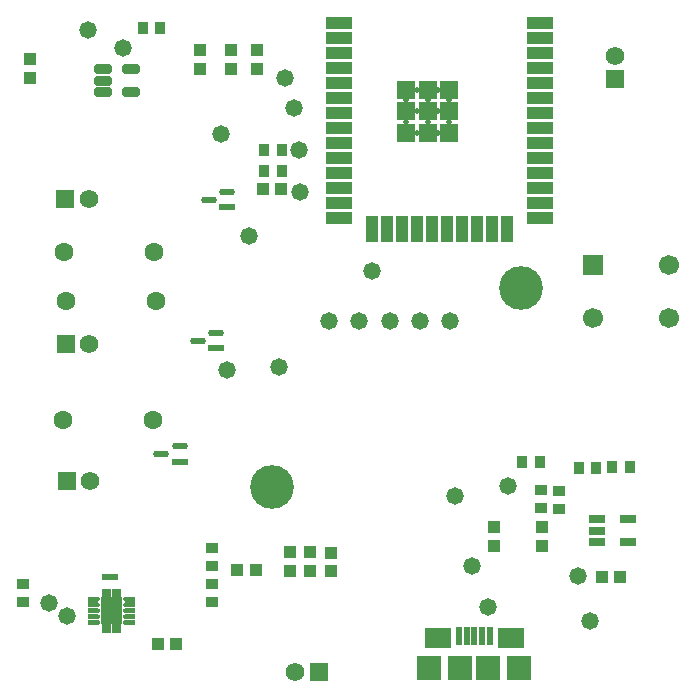
<source format=gts>
G04*
G04 #@! TF.GenerationSoftware,Altium Limited,Altium Designer,20.1.14 (287)*
G04*
G04 Layer_Color=8388736*
%FSLAX44Y44*%
%MOMM*%
G71*
G04*
G04 #@! TF.SameCoordinates,F73B8E14-7BBA-4DA7-B101-32C151AF21F3*
G04*
G04*
G04 #@! TF.FilePolarity,Negative*
G04*
G01*
G75*
G04:AMPARAMS|DCode=34|XSize=1.5532mm|YSize=0.8032mm|CornerRadius=0.1766mm|HoleSize=0mm|Usage=FLASHONLY|Rotation=0.000|XOffset=0mm|YOffset=0mm|HoleType=Round|Shape=RoundedRectangle|*
%AMROUNDEDRECTD34*
21,1,1.5532,0.4500,0,0,0.0*
21,1,1.2000,0.8032,0,0,0.0*
1,1,0.3532,0.6000,-0.2250*
1,1,0.3532,-0.6000,-0.2250*
1,1,0.3532,-0.6000,0.2250*
1,1,0.3532,0.6000,0.2250*
%
%ADD34ROUNDEDRECTD34*%
%ADD35R,1.4732X0.7620*%
%ADD36R,1.0532X1.0532*%
%ADD37R,2.2032X1.1032*%
%ADD38R,1.1032X2.2032*%
%ADD39R,1.5332X1.5332*%
%ADD40R,0.9032X1.1032*%
%ADD41R,1.3672X0.5390*%
G04:AMPARAMS|DCode=42|XSize=1.3672mm|YSize=0.539mm|CornerRadius=0.2695mm|HoleSize=0mm|Usage=FLASHONLY|Rotation=180.000|XOffset=0mm|YOffset=0mm|HoleType=Round|Shape=RoundedRectangle|*
%AMROUNDEDRECTD42*
21,1,1.3672,0.0000,0,0,180.0*
21,1,0.8281,0.5390,0,0,180.0*
1,1,0.5390,-0.4141,0.0000*
1,1,0.5390,0.4141,0.0000*
1,1,0.5390,0.4141,0.0000*
1,1,0.5390,-0.4141,0.0000*
%
%ADD42ROUNDEDRECTD42*%
%ADD43R,0.7032X0.4032*%
%ADD44R,0.7032X0.7032*%
%ADD45R,2.0032X2.1032*%
%ADD46R,2.1032X2.1032*%
%ADD47R,2.3032X1.8032*%
%ADD48R,0.6032X1.5532*%
%ADD49R,0.7032X0.5032*%
%ADD50R,1.0532X1.0532*%
%ADD51R,1.1032X0.9032*%
%ADD52C,1.7012*%
%ADD53R,1.7012X1.7012*%
%ADD54C,0.5032*%
%ADD55R,1.5712X1.5712*%
%ADD56C,1.5712*%
%ADD57C,0.6032*%
%ADD58C,1.6032*%
%ADD59R,1.5712X1.5712*%
%ADD60C,1.4732*%
%ADD61C,3.7032*%
G36*
X141202Y61315D02*
X141312Y61307D01*
X141420Y61292D01*
X141529Y61272D01*
X141636Y61247D01*
X141741Y61215D01*
X141845Y61178D01*
X141946Y61136D01*
X142045Y61089D01*
X142142Y61037D01*
X142236Y60979D01*
X142326Y60917D01*
X142414Y60850D01*
X142497Y60779D01*
X142577Y60703D01*
X142653Y60623D01*
X142724Y60540D01*
X142791Y60452D01*
X142853Y60362D01*
X142911Y60268D01*
X142963Y60171D01*
X143010Y60072D01*
X143053Y59971D01*
X143089Y59867D01*
X143120Y59762D01*
X143146Y59655D01*
X143166Y59546D01*
X143181Y59437D01*
X143189Y59328D01*
X143192Y59218D01*
X143189Y59108D01*
X143181Y58998D01*
X143166Y58889D01*
X143146Y58781D01*
X143120Y58675D01*
X143089Y58569D01*
X143053Y58465D01*
X143010Y58364D01*
X142963Y58265D01*
X142911Y58168D01*
X142853Y58074D01*
X142791Y57984D01*
X142724Y57896D01*
X142653Y57813D01*
X142577Y57733D01*
X142497Y57657D01*
X142414Y57586D01*
X142326Y57519D01*
X142236Y57457D01*
X142142Y57399D01*
X142045Y57347D01*
X141946Y57300D01*
X141845Y57257D01*
X141741Y57221D01*
X141636Y57190D01*
X141529Y57164D01*
X141420Y57144D01*
X141312Y57130D01*
X141202Y57121D01*
X141092Y57118D01*
X133292D01*
Y61318D01*
X141092D01*
X141202Y61315D01*
D02*
G37*
G36*
Y66315D02*
X141312Y66307D01*
X141420Y66292D01*
X141529Y66272D01*
X141636Y66247D01*
X141741Y66215D01*
X141845Y66178D01*
X141946Y66136D01*
X142045Y66089D01*
X142142Y66037D01*
X142236Y65979D01*
X142326Y65917D01*
X142414Y65850D01*
X142497Y65779D01*
X142577Y65703D01*
X142653Y65623D01*
X142724Y65540D01*
X142791Y65452D01*
X142853Y65362D01*
X142911Y65268D01*
X142963Y65171D01*
X143010Y65072D01*
X143053Y64971D01*
X143089Y64867D01*
X143120Y64762D01*
X143146Y64655D01*
X143166Y64546D01*
X143181Y64437D01*
X143189Y64328D01*
X143192Y64218D01*
X143189Y64108D01*
X143181Y63998D01*
X143166Y63889D01*
X143146Y63781D01*
X143120Y63675D01*
X143089Y63569D01*
X143053Y63465D01*
X143010Y63364D01*
X142963Y63265D01*
X142911Y63168D01*
X142853Y63074D01*
X142791Y62984D01*
X142724Y62896D01*
X142653Y62813D01*
X142577Y62733D01*
X142497Y62657D01*
X142414Y62586D01*
X142326Y62519D01*
X142236Y62457D01*
X142142Y62399D01*
X142045Y62347D01*
X141946Y62300D01*
X141845Y62257D01*
X141741Y62221D01*
X141636Y62190D01*
X141529Y62164D01*
X141420Y62144D01*
X141312Y62130D01*
X141202Y62121D01*
X141092Y62118D01*
X133292D01*
Y66318D01*
X141092D01*
X141202Y66315D01*
D02*
G37*
G36*
Y71315D02*
X141312Y71307D01*
X141420Y71292D01*
X141529Y71272D01*
X141636Y71247D01*
X141741Y71215D01*
X141845Y71178D01*
X141946Y71136D01*
X142045Y71089D01*
X142142Y71037D01*
X142236Y70979D01*
X142326Y70917D01*
X142414Y70850D01*
X142497Y70779D01*
X142577Y70703D01*
X142653Y70623D01*
X142724Y70540D01*
X142791Y70452D01*
X142853Y70362D01*
X142911Y70268D01*
X142963Y70171D01*
X143010Y70072D01*
X143053Y69971D01*
X143089Y69867D01*
X143120Y69762D01*
X143146Y69655D01*
X143166Y69546D01*
X143181Y69437D01*
X143189Y69328D01*
X143192Y69218D01*
X143189Y69108D01*
X143181Y68998D01*
X143166Y68889D01*
X143146Y68781D01*
X143120Y68675D01*
X143089Y68569D01*
X143053Y68465D01*
X143010Y68364D01*
X142963Y68265D01*
X142911Y68168D01*
X142853Y68074D01*
X142791Y67984D01*
X142724Y67896D01*
X142653Y67813D01*
X142577Y67733D01*
X142497Y67657D01*
X142414Y67586D01*
X142326Y67519D01*
X142236Y67457D01*
X142142Y67399D01*
X142045Y67347D01*
X141946Y67300D01*
X141845Y67257D01*
X141741Y67221D01*
X141636Y67190D01*
X141529Y67164D01*
X141420Y67144D01*
X141312Y67130D01*
X141202Y67121D01*
X141092Y67118D01*
X133292D01*
Y71318D01*
X141092D01*
X141202Y71315D01*
D02*
G37*
G36*
Y76315D02*
X141312Y76307D01*
X141420Y76292D01*
X141529Y76272D01*
X141636Y76247D01*
X141741Y76215D01*
X141845Y76178D01*
X141946Y76136D01*
X142045Y76089D01*
X142142Y76037D01*
X142236Y75979D01*
X142326Y75917D01*
X142414Y75850D01*
X142497Y75779D01*
X142577Y75703D01*
X142653Y75623D01*
X142724Y75540D01*
X142791Y75452D01*
X142853Y75362D01*
X142911Y75268D01*
X142963Y75171D01*
X143010Y75072D01*
X143053Y74971D01*
X143089Y74867D01*
X143120Y74762D01*
X143146Y74655D01*
X143166Y74546D01*
X143181Y74437D01*
X143189Y74328D01*
X143192Y74218D01*
X143189Y74108D01*
X143181Y73998D01*
X143166Y73889D01*
X143146Y73781D01*
X143120Y73675D01*
X143089Y73569D01*
X143053Y73465D01*
X143010Y73364D01*
X142963Y73265D01*
X142911Y73168D01*
X142853Y73074D01*
X142791Y72984D01*
X142724Y72896D01*
X142653Y72813D01*
X142577Y72733D01*
X142497Y72657D01*
X142414Y72586D01*
X142326Y72519D01*
X142236Y72457D01*
X142142Y72399D01*
X142045Y72347D01*
X141946Y72300D01*
X141845Y72257D01*
X141741Y72221D01*
X141636Y72190D01*
X141529Y72164D01*
X141420Y72144D01*
X141312Y72130D01*
X141202Y72121D01*
X141092Y72118D01*
X133292D01*
Y76318D01*
X141092D01*
X141202Y76315D01*
D02*
G37*
G36*
Y81315D02*
X141312Y81306D01*
X141420Y81292D01*
X141529Y81272D01*
X141636Y81247D01*
X141741Y81215D01*
X141845Y81179D01*
X141946Y81137D01*
X142045Y81089D01*
X142142Y81037D01*
X142236Y80979D01*
X142326Y80917D01*
X142414Y80850D01*
X142497Y80779D01*
X142577Y80703D01*
X142653Y80623D01*
X142724Y80540D01*
X142791Y80452D01*
X142853Y80362D01*
X142911Y80268D01*
X142963Y80171D01*
X143010Y80072D01*
X143053Y79971D01*
X143089Y79867D01*
X143120Y79762D01*
X143146Y79655D01*
X143166Y79546D01*
X143181Y79437D01*
X143189Y79328D01*
X143192Y79218D01*
X143189Y79108D01*
X143181Y78998D01*
X143166Y78889D01*
X143146Y78781D01*
X143120Y78675D01*
X143089Y78569D01*
X143053Y78465D01*
X143010Y78364D01*
X142963Y78265D01*
X142911Y78168D01*
X142853Y78074D01*
X142791Y77984D01*
X142724Y77896D01*
X142653Y77813D01*
X142577Y77733D01*
X142497Y77657D01*
X142414Y77586D01*
X142326Y77519D01*
X142236Y77457D01*
X142142Y77399D01*
X142045Y77347D01*
X141946Y77300D01*
X141845Y77257D01*
X141741Y77221D01*
X141636Y77190D01*
X141529Y77164D01*
X141420Y77144D01*
X141312Y77130D01*
X141202Y77121D01*
X141092Y77118D01*
X133292D01*
Y81318D01*
X141092D01*
X141202Y81315D01*
D02*
G37*
G36*
X160942Y80668D02*
X162192D01*
Y57768D01*
X160942D01*
Y50768D01*
X157042D01*
Y57768D01*
X156942D01*
Y50768D01*
X153042D01*
Y57768D01*
X152942D01*
Y50768D01*
X149042D01*
Y57768D01*
X148942D01*
Y50768D01*
X145042D01*
Y57768D01*
X143792D01*
Y80668D01*
X145042D01*
Y87668D01*
X148942D01*
Y80668D01*
X149042D01*
Y87668D01*
X152942D01*
Y80668D01*
X153042D01*
Y87668D01*
X156942D01*
Y80668D01*
X157042D01*
Y87668D01*
X160942D01*
Y80668D01*
D02*
G37*
G36*
X172692Y77118D02*
X164892D01*
X164782Y77121D01*
X164673Y77130D01*
X164564Y77144D01*
X164455Y77164D01*
X164349Y77190D01*
X164243Y77221D01*
X164139Y77257D01*
X164038Y77300D01*
X163939Y77347D01*
X163842Y77399D01*
X163748Y77457D01*
X163658Y77519D01*
X163570Y77586D01*
X163487Y77657D01*
X163407Y77733D01*
X163331Y77813D01*
X163260Y77896D01*
X163193Y77984D01*
X163131Y78074D01*
X163073Y78168D01*
X163021Y78265D01*
X162974Y78364D01*
X162931Y78465D01*
X162895Y78569D01*
X162864Y78675D01*
X162838Y78781D01*
X162818Y78889D01*
X162803Y78998D01*
X162795Y79108D01*
X162792Y79218D01*
X162795Y79328D01*
X162803Y79437D01*
X162818Y79546D01*
X162838Y79655D01*
X162864Y79762D01*
X162895Y79867D01*
X162931Y79971D01*
X162974Y80072D01*
X163021Y80171D01*
X163073Y80268D01*
X163131Y80362D01*
X163193Y80452D01*
X163260Y80540D01*
X163331Y80623D01*
X163407Y80703D01*
X163487Y80779D01*
X163570Y80850D01*
X163658Y80917D01*
X163748Y80979D01*
X163842Y81037D01*
X163939Y81089D01*
X164038Y81137D01*
X164139Y81179D01*
X164243Y81215D01*
X164349Y81247D01*
X164455Y81272D01*
X164564Y81292D01*
X164673Y81306D01*
X164782Y81315D01*
X164892Y81318D01*
X172692D01*
Y77118D01*
D02*
G37*
G36*
Y72118D02*
X164892D01*
X164782Y72121D01*
X164673Y72130D01*
X164564Y72144D01*
X164455Y72164D01*
X164349Y72190D01*
X164243Y72221D01*
X164139Y72257D01*
X164038Y72300D01*
X163939Y72347D01*
X163842Y72399D01*
X163748Y72457D01*
X163658Y72519D01*
X163570Y72586D01*
X163487Y72657D01*
X163407Y72733D01*
X163331Y72813D01*
X163260Y72896D01*
X163193Y72984D01*
X163131Y73074D01*
X163073Y73168D01*
X163021Y73265D01*
X162974Y73364D01*
X162931Y73465D01*
X162895Y73569D01*
X162864Y73675D01*
X162838Y73781D01*
X162818Y73889D01*
X162803Y73998D01*
X162795Y74108D01*
X162792Y74218D01*
X162795Y74328D01*
X162803Y74437D01*
X162818Y74546D01*
X162838Y74655D01*
X162864Y74762D01*
X162895Y74867D01*
X162931Y74971D01*
X162974Y75072D01*
X163021Y75171D01*
X163073Y75268D01*
X163131Y75362D01*
X163193Y75452D01*
X163260Y75540D01*
X163331Y75623D01*
X163407Y75703D01*
X163487Y75779D01*
X163570Y75850D01*
X163658Y75917D01*
X163748Y75979D01*
X163842Y76037D01*
X163939Y76089D01*
X164038Y76136D01*
X164139Y76178D01*
X164243Y76215D01*
X164349Y76247D01*
X164455Y76272D01*
X164564Y76292D01*
X164673Y76307D01*
X164782Y76315D01*
X164892Y76318D01*
X172692D01*
Y72118D01*
D02*
G37*
G36*
Y67118D02*
X164892D01*
X164782Y67121D01*
X164673Y67130D01*
X164564Y67144D01*
X164455Y67164D01*
X164349Y67190D01*
X164243Y67221D01*
X164139Y67257D01*
X164038Y67300D01*
X163939Y67347D01*
X163842Y67399D01*
X163748Y67457D01*
X163658Y67519D01*
X163570Y67586D01*
X163487Y67657D01*
X163407Y67733D01*
X163331Y67813D01*
X163260Y67896D01*
X163193Y67984D01*
X163131Y68074D01*
X163073Y68168D01*
X163021Y68265D01*
X162974Y68364D01*
X162931Y68465D01*
X162895Y68569D01*
X162864Y68675D01*
X162838Y68781D01*
X162818Y68889D01*
X162803Y68998D01*
X162795Y69108D01*
X162792Y69218D01*
X162795Y69328D01*
X162803Y69437D01*
X162818Y69546D01*
X162838Y69655D01*
X162864Y69762D01*
X162895Y69867D01*
X162931Y69971D01*
X162974Y70072D01*
X163021Y70171D01*
X163073Y70268D01*
X163131Y70362D01*
X163193Y70452D01*
X163260Y70540D01*
X163331Y70623D01*
X163407Y70703D01*
X163487Y70779D01*
X163570Y70850D01*
X163658Y70917D01*
X163748Y70979D01*
X163842Y71037D01*
X163939Y71089D01*
X164038Y71136D01*
X164139Y71178D01*
X164243Y71215D01*
X164349Y71247D01*
X164455Y71272D01*
X164564Y71292D01*
X164673Y71307D01*
X164782Y71315D01*
X164892Y71318D01*
X172692D01*
Y67118D01*
D02*
G37*
G36*
Y62118D02*
X164892D01*
X164782Y62121D01*
X164673Y62130D01*
X164564Y62144D01*
X164455Y62164D01*
X164349Y62190D01*
X164243Y62221D01*
X164139Y62257D01*
X164038Y62300D01*
X163939Y62347D01*
X163842Y62399D01*
X163748Y62457D01*
X163658Y62519D01*
X163570Y62586D01*
X163487Y62657D01*
X163407Y62733D01*
X163331Y62813D01*
X163260Y62896D01*
X163193Y62984D01*
X163131Y63074D01*
X163073Y63168D01*
X163021Y63265D01*
X162974Y63364D01*
X162931Y63465D01*
X162895Y63569D01*
X162864Y63675D01*
X162838Y63781D01*
X162818Y63889D01*
X162803Y63998D01*
X162795Y64108D01*
X162792Y64218D01*
X162795Y64328D01*
X162803Y64437D01*
X162818Y64546D01*
X162838Y64655D01*
X162864Y64762D01*
X162895Y64867D01*
X162931Y64971D01*
X162974Y65072D01*
X163021Y65171D01*
X163073Y65268D01*
X163131Y65362D01*
X163193Y65452D01*
X163260Y65540D01*
X163331Y65623D01*
X163407Y65703D01*
X163487Y65779D01*
X163570Y65850D01*
X163658Y65917D01*
X163748Y65979D01*
X163842Y66037D01*
X163939Y66089D01*
X164038Y66136D01*
X164139Y66178D01*
X164243Y66215D01*
X164349Y66247D01*
X164455Y66272D01*
X164564Y66292D01*
X164673Y66307D01*
X164782Y66315D01*
X164892Y66318D01*
X172692D01*
Y62118D01*
D02*
G37*
G36*
Y57118D02*
X164892D01*
X164782Y57121D01*
X164673Y57130D01*
X164564Y57144D01*
X164455Y57164D01*
X164349Y57190D01*
X164243Y57221D01*
X164139Y57257D01*
X164038Y57300D01*
X163939Y57347D01*
X163842Y57399D01*
X163748Y57457D01*
X163658Y57519D01*
X163570Y57586D01*
X163487Y57657D01*
X163407Y57733D01*
X163331Y57813D01*
X163260Y57896D01*
X163193Y57984D01*
X163131Y58074D01*
X163073Y58168D01*
X163021Y58265D01*
X162974Y58364D01*
X162931Y58465D01*
X162895Y58569D01*
X162864Y58675D01*
X162838Y58781D01*
X162818Y58889D01*
X162803Y58998D01*
X162795Y59108D01*
X162792Y59218D01*
X162795Y59328D01*
X162803Y59437D01*
X162818Y59546D01*
X162838Y59655D01*
X162864Y59762D01*
X162895Y59867D01*
X162931Y59971D01*
X162974Y60072D01*
X163021Y60171D01*
X163073Y60268D01*
X163131Y60362D01*
X163193Y60452D01*
X163260Y60540D01*
X163331Y60623D01*
X163407Y60703D01*
X163487Y60779D01*
X163570Y60850D01*
X163658Y60917D01*
X163748Y60979D01*
X163842Y61037D01*
X163939Y61089D01*
X164038Y61136D01*
X164139Y61178D01*
X164243Y61215D01*
X164349Y61247D01*
X164455Y61272D01*
X164564Y61292D01*
X164673Y61307D01*
X164782Y61315D01*
X164892Y61318D01*
X172692D01*
Y57118D01*
D02*
G37*
D34*
X145630Y527660D02*
D03*
Y518160D02*
D03*
Y508660D02*
D03*
X169330D02*
D03*
Y527660D02*
D03*
D35*
X564388Y146558D02*
D03*
Y137160D02*
D03*
Y127762D02*
D03*
X590296D02*
D03*
Y146558D02*
D03*
D36*
X339000Y118290D02*
D03*
Y102790D02*
D03*
X517652Y139830D02*
D03*
Y124330D02*
D03*
X304202Y103298D02*
D03*
Y118798D02*
D03*
X84074Y536070D02*
D03*
Y520570D02*
D03*
X227584Y528190D02*
D03*
Y543690D02*
D03*
X477012Y124330D02*
D03*
Y139830D02*
D03*
X275844Y528320D02*
D03*
Y543820D02*
D03*
X254254Y528320D02*
D03*
Y543820D02*
D03*
X320712Y118668D02*
D03*
Y103168D02*
D03*
D37*
X345562Y567190D02*
D03*
Y554490D02*
D03*
Y541790D02*
D03*
Y529090D02*
D03*
Y516390D02*
D03*
Y503690D02*
D03*
Y490990D02*
D03*
Y478290D02*
D03*
Y465590D02*
D03*
Y452890D02*
D03*
Y440190D02*
D03*
Y427490D02*
D03*
Y414790D02*
D03*
Y402090D02*
D03*
X515562D02*
D03*
Y414790D02*
D03*
Y427490D02*
D03*
Y440190D02*
D03*
Y452890D02*
D03*
Y465590D02*
D03*
Y478290D02*
D03*
Y490990D02*
D03*
Y503690D02*
D03*
Y516390D02*
D03*
Y529090D02*
D03*
Y541790D02*
D03*
Y554490D02*
D03*
Y567190D02*
D03*
D38*
X373412Y392090D02*
D03*
X386112D02*
D03*
X398812D02*
D03*
X411512D02*
D03*
X424212D02*
D03*
X436912D02*
D03*
X449612D02*
D03*
X462312D02*
D03*
X475012D02*
D03*
X487712D02*
D03*
D39*
X402212Y510540D02*
D03*
X420562D02*
D03*
X438912D02*
D03*
X402212Y492190D02*
D03*
X420562D02*
D03*
X438912D02*
D03*
X402212Y473840D02*
D03*
X420562D02*
D03*
X438912D02*
D03*
D40*
X297448Y441706D02*
D03*
X282448D02*
D03*
X515500Y195580D02*
D03*
X500500D02*
D03*
X563506Y190246D02*
D03*
X548506D02*
D03*
X591954Y190754D02*
D03*
X576954D02*
D03*
X194444Y562864D02*
D03*
X179444D02*
D03*
X282194Y459486D02*
D03*
X297194D02*
D03*
D41*
X250779Y410822D02*
D03*
X210647Y195430D02*
D03*
X241889Y291442D02*
D03*
D42*
X250779Y423822D02*
D03*
X235377Y417322D02*
D03*
X195245Y201930D02*
D03*
X210647Y208430D02*
D03*
X226487Y297942D02*
D03*
X241889Y304442D02*
D03*
D43*
X167742Y79218D02*
D03*
Y74218D02*
D03*
Y69218D02*
D03*
Y64218D02*
D03*
Y59218D02*
D03*
X138242D02*
D03*
Y64218D02*
D03*
Y69218D02*
D03*
Y74218D02*
D03*
Y79218D02*
D03*
D44*
X152992Y69218D02*
D03*
D45*
X498186Y20828D02*
D03*
X422186D02*
D03*
D46*
X472186D02*
D03*
X448186D02*
D03*
D47*
X491186Y46328D02*
D03*
X429186D02*
D03*
D48*
X473186Y47578D02*
D03*
X447186D02*
D03*
X466686D02*
D03*
X453686D02*
D03*
X460186D02*
D03*
D49*
X155500Y98094D02*
D03*
X148500D02*
D03*
D50*
X207812Y41198D02*
D03*
X192312D02*
D03*
X275122Y103428D02*
D03*
X259622D02*
D03*
X583822Y97790D02*
D03*
X568322D02*
D03*
X296548Y426212D02*
D03*
X281048D02*
D03*
D51*
X238162Y122118D02*
D03*
Y107118D02*
D03*
X238162Y91758D02*
D03*
Y76758D02*
D03*
X78142Y91878D02*
D03*
Y76878D02*
D03*
X516382Y156330D02*
D03*
Y171330D02*
D03*
X531876Y170314D02*
D03*
Y155314D02*
D03*
D52*
X560324Y316950D02*
D03*
X625324D02*
D03*
Y361950D02*
D03*
D53*
X560324D02*
D03*
D54*
X411387Y510540D02*
D03*
X429737D02*
D03*
X402212Y501365D02*
D03*
X420562D02*
D03*
X438912D02*
D03*
X411387Y492190D02*
D03*
X429737D02*
D03*
X402212Y483015D02*
D03*
X420562D02*
D03*
X438912D02*
D03*
X411387Y473840D02*
D03*
X429737D02*
D03*
D55*
X114300Y295148D02*
D03*
X328770Y17360D02*
D03*
X114968Y178982D02*
D03*
X113698Y417742D02*
D03*
D56*
X134300Y295148D02*
D03*
X308770Y17360D02*
D03*
X579374Y539176D02*
D03*
X134968Y178982D02*
D03*
X133698Y417742D02*
D03*
D57*
X157992Y64218D02*
D03*
X147992D02*
D03*
X152992Y69218D02*
D03*
X147992Y74218D02*
D03*
X157992D02*
D03*
D58*
X113030Y373380D02*
D03*
X189230D02*
D03*
X111760Y231140D02*
D03*
X187960D02*
D03*
X114300Y331470D02*
D03*
X190500D02*
D03*
D59*
X579374Y519176D02*
D03*
D60*
X458216Y106934D02*
D03*
X472186Y72136D02*
D03*
X337566Y314198D02*
D03*
X362966Y314200D02*
D03*
X388370Y314198D02*
D03*
X413770Y314200D02*
D03*
X439170D02*
D03*
X488950Y175260D02*
D03*
X373412Y356870D02*
D03*
X312420Y424180D02*
D03*
X115480Y64820D02*
D03*
X307340Y495300D02*
D03*
X245618Y472948D02*
D03*
X312166Y459232D02*
D03*
X162560Y546100D02*
D03*
X299720Y520700D02*
D03*
X133350Y561340D02*
D03*
X295148Y275844D02*
D03*
X547878Y98806D02*
D03*
X269026Y386334D02*
D03*
X250444Y273050D02*
D03*
X443992Y166370D02*
D03*
X99732Y75488D02*
D03*
X558292Y60960D02*
D03*
D61*
X289306Y173990D02*
D03*
X499364Y342646D02*
D03*
M02*

</source>
